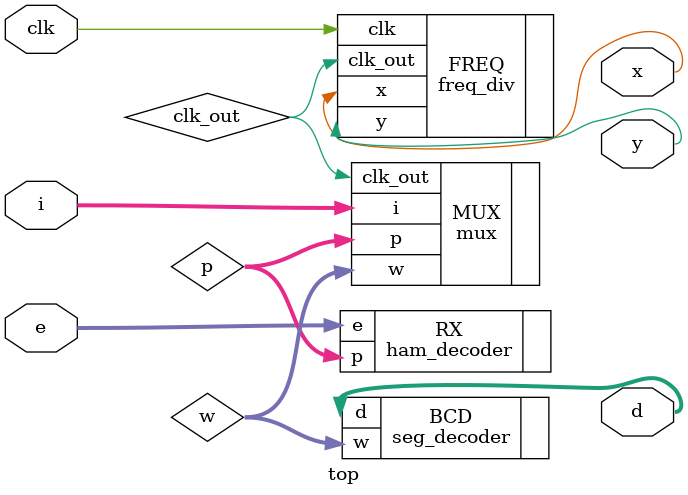
<source format=sv>
`timescale 1ns/1ps

module top(
    //input logic module_inputs //Recibe los valores de los Pins
    input logic clk,
    input logic [3:0] i,   // Numero binario
    input logic [6:0] e,   // Numero binario codificado
    output logic [6:0] d,  // Segmentos
    output logic x,        // Control de bjt
    output logic y);       // Control de bjt

    // Declaracion 
    logic [3:0] p;   // Sindrome
    logic [3:0] w;   // Numero binario
    logic clk_out;   // Reloj 1kHz
    ////////////////////////////

    // Instaciamiento de los modulos
    ham_decoder RX (.e(e), .p(p));
    freq_div FREQ (.clk(clk), .clk_out(clk_out), .x(x), .y(y));
    mux MUX (.clk_out(clk_out), .i(i), .p(p), .w(w));
    seg_decoder BCD (.w(w), .d(d));
    ////////////////////////////

endmodule
</source>
